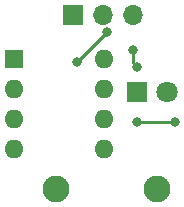
<source format=gbr>
%TF.GenerationSoftware,KiCad,Pcbnew,7.0.6-0*%
%TF.CreationDate,2023-08-01T18:43:18-04:00*%
%TF.ProjectId,PIR_Sensor,5049525f-5365-46e7-936f-722e6b696361,rev?*%
%TF.SameCoordinates,Original*%
%TF.FileFunction,Copper,L2,Bot*%
%TF.FilePolarity,Positive*%
%FSLAX46Y46*%
G04 Gerber Fmt 4.6, Leading zero omitted, Abs format (unit mm)*
G04 Created by KiCad (PCBNEW 7.0.6-0) date 2023-08-01 18:43:18*
%MOMM*%
%LPD*%
G01*
G04 APERTURE LIST*
G04 Aperture macros list*
%AMFreePoly0*
4,1,35,0.312797,1.099367,0.509479,1.023172,0.688811,0.912134,0.844687,0.770034,0.971798,0.601712,1.065816,0.412899,1.123538,0.210026,1.143000,0.000000,1.123538,-0.210026,1.065816,-0.412899,0.971798,-0.601712,0.844687,-0.770034,0.688811,-0.912134,0.509479,-1.023172,0.312797,-1.099367,0.105463,-1.138124,-0.105463,-1.138124,-0.312797,-1.099367,-0.509479,-1.023172,-0.688811,-0.912134,
-0.844687,-0.770034,-0.971798,-0.601712,-1.065816,-0.412899,-1.123538,-0.210026,-1.143000,0.000000,-1.123538,0.210026,-1.065816,0.412899,-0.971798,0.601712,-0.844687,0.770034,-0.688811,0.912134,-0.509479,1.023172,-0.312797,1.099367,-0.105463,1.138124,0.105463,1.138124,0.312797,1.099367,0.312797,1.099367,$1*%
G04 Aperture macros list end*
%TA.AperFunction,ComponentPad*%
%ADD10R,1.800000X1.800000*%
%TD*%
%TA.AperFunction,ComponentPad*%
%ADD11C,1.800000*%
%TD*%
%TA.AperFunction,ComponentPad*%
%ADD12R,1.700000X1.700000*%
%TD*%
%TA.AperFunction,ComponentPad*%
%ADD13O,1.700000X1.700000*%
%TD*%
%TA.AperFunction,ComponentPad*%
%ADD14FreePoly0,0.000000*%
%TD*%
%TA.AperFunction,ComponentPad*%
%ADD15R,1.600000X1.600000*%
%TD*%
%TA.AperFunction,ComponentPad*%
%ADD16O,1.600000X1.600000*%
%TD*%
%TA.AperFunction,ViaPad*%
%ADD17C,0.800000*%
%TD*%
%TA.AperFunction,Conductor*%
%ADD18C,0.250000*%
%TD*%
G04 APERTURE END LIST*
D10*
%TO.P,D1,1,K*%
%TO.N,Net-(D1-K)*%
X152400000Y-96520000D03*
D11*
%TO.P,D1,2,A*%
%TO.N,Net-(D1-A)*%
X154940000Y-96520000D03*
%TD*%
D12*
%TO.P,U3,1,VCC*%
%TO.N,Net-(U1-VCC)*%
X147000000Y-90000000D03*
D13*
%TO.P,U3,2,VOUT*%
%TO.N,Net-(U1-XTAL2{slash}PB4)*%
X149540000Y-90000000D03*
%TO.P,U3,3,GND*%
%TO.N,Net-(D1-K)*%
X152080000Y-90000000D03*
%TD*%
D14*
%TO.P,R1,1*%
%TO.N,Net-(U1-AREF{slash}PB0)*%
X145610000Y-104730000D03*
%TO.P,R1,2*%
%TO.N,Net-(D1-A)*%
X154110000Y-104730000D03*
%TD*%
D15*
%TO.P,U1,1,~{RESET}/PB5*%
%TO.N,unconnected-(U1-~{RESET}{slash}PB5-Pad1)*%
X142000000Y-93730000D03*
D16*
%TO.P,U1,2,XTAL1/PB3*%
%TO.N,unconnected-(U1-XTAL1{slash}PB3-Pad2)*%
X142000000Y-96270000D03*
%TO.P,U1,3,XTAL2/PB4*%
%TO.N,Net-(U1-XTAL2{slash}PB4)*%
X142000000Y-98810000D03*
%TO.P,U1,4,GND*%
%TO.N,Net-(D1-K)*%
X142000000Y-101350000D03*
%TO.P,U1,5,AREF/PB0*%
%TO.N,Net-(U1-AREF{slash}PB0)*%
X149620000Y-101350000D03*
%TO.P,U1,6,PB1*%
%TO.N,unconnected-(U1-PB1-Pad6)*%
X149620000Y-98810000D03*
%TO.P,U1,7,PB2*%
%TO.N,unconnected-(U1-PB2-Pad7)*%
X149620000Y-96270000D03*
%TO.P,U1,8,VCC*%
%TO.N,Net-(U1-VCC)*%
X149620000Y-93730000D03*
%TD*%
D17*
%TO.N,Net-(D1-K)*%
X152400000Y-99060000D03*
X155664500Y-99060000D03*
X152400000Y-94454500D03*
X152080000Y-93005500D03*
%TO.N,Net-(U1-XTAL2{slash}PB4)*%
X149860000Y-91440000D03*
X147320000Y-93980000D03*
%TD*%
D18*
%TO.N,Net-(D1-K)*%
X152080000Y-93005500D02*
X152080000Y-94134500D01*
X155664500Y-99060000D02*
X152400000Y-99060000D01*
X152080000Y-94134500D02*
X152400000Y-94454500D01*
%TO.N,Net-(U1-XTAL2{slash}PB4)*%
X147320000Y-93980000D02*
X149860000Y-91440000D01*
%TD*%
M02*

</source>
